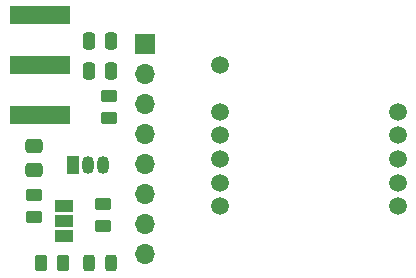
<source format=gbr>
%TF.GenerationSoftware,KiCad,Pcbnew,(6.0.2)*%
%TF.CreationDate,2022-03-07T20:15:47-06:00*%
%TF.ProjectId,RFID_board,52464944-5f62-46f6-9172-642e6b696361,rev?*%
%TF.SameCoordinates,Original*%
%TF.FileFunction,Soldermask,Top*%
%TF.FilePolarity,Negative*%
%FSLAX46Y46*%
G04 Gerber Fmt 4.6, Leading zero omitted, Abs format (unit mm)*
G04 Created by KiCad (PCBNEW (6.0.2)) date 2022-03-07 20:15:47*
%MOMM*%
%LPD*%
G01*
G04 APERTURE LIST*
G04 Aperture macros list*
%AMRoundRect*
0 Rectangle with rounded corners*
0 $1 Rounding radius*
0 $2 $3 $4 $5 $6 $7 $8 $9 X,Y pos of 4 corners*
0 Add a 4 corners polygon primitive as box body*
4,1,4,$2,$3,$4,$5,$6,$7,$8,$9,$2,$3,0*
0 Add four circle primitives for the rounded corners*
1,1,$1+$1,$2,$3*
1,1,$1+$1,$4,$5*
1,1,$1+$1,$6,$7*
1,1,$1+$1,$8,$9*
0 Add four rect primitives between the rounded corners*
20,1,$1+$1,$2,$3,$4,$5,0*
20,1,$1+$1,$4,$5,$6,$7,0*
20,1,$1+$1,$6,$7,$8,$9,0*
20,1,$1+$1,$8,$9,$2,$3,0*%
G04 Aperture macros list end*
%ADD10C,1.500000*%
%ADD11R,1.500000X1.000000*%
%ADD12RoundRect,0.250000X0.262500X0.450000X-0.262500X0.450000X-0.262500X-0.450000X0.262500X-0.450000X0*%
%ADD13RoundRect,0.250000X0.450000X-0.262500X0.450000X0.262500X-0.450000X0.262500X-0.450000X-0.262500X0*%
%ADD14RoundRect,0.243750X0.243750X0.456250X-0.243750X0.456250X-0.243750X-0.456250X0.243750X-0.456250X0*%
%ADD15RoundRect,0.250000X-0.250000X-0.475000X0.250000X-0.475000X0.250000X0.475000X-0.250000X0.475000X0*%
%ADD16RoundRect,0.250000X-0.450000X0.262500X-0.450000X-0.262500X0.450000X-0.262500X0.450000X0.262500X0*%
%ADD17R,5.080000X1.500000*%
%ADD18RoundRect,0.250000X0.475000X-0.337500X0.475000X0.337500X-0.475000X0.337500X-0.475000X-0.337500X0*%
%ADD19R,1.050000X1.500000*%
%ADD20O,1.050000X1.500000*%
%ADD21R,1.700000X1.700000*%
%ADD22O,1.700000X1.700000*%
G04 APERTURE END LIST*
D10*
%TO.C,U1*%
X136460500Y-95906000D03*
X136460500Y-97906000D03*
X136460500Y-99906000D03*
X136460500Y-101906000D03*
X136460500Y-103906000D03*
X121460500Y-103906000D03*
X121460500Y-101906000D03*
X121460500Y-99906000D03*
X121460500Y-97906000D03*
X121460500Y-95906000D03*
X121460500Y-91906000D03*
%TD*%
D11*
%TO.C,JP1*%
X108204000Y-106456000D03*
X108204000Y-105156000D03*
X108204000Y-103856000D03*
%TD*%
D12*
%TO.C,R3*%
X108100500Y-108712000D03*
X106275500Y-108712000D03*
%TD*%
D13*
%TO.C,R2*%
X111506000Y-105560500D03*
X111506000Y-103735500D03*
%TD*%
D14*
%TO.C,D1*%
X112189500Y-108712000D03*
X110314500Y-108712000D03*
%TD*%
D15*
%TO.C,C2*%
X110302000Y-92456000D03*
X112202000Y-92456000D03*
%TD*%
D16*
%TO.C,R1*%
X112014000Y-94591500D03*
X112014000Y-96416500D03*
%TD*%
D17*
%TO.C,ANTENNA1*%
X106172000Y-91948000D03*
X106172000Y-96198000D03*
X106172000Y-87698000D03*
%TD*%
D18*
%TO.C,C3*%
X105664000Y-100859500D03*
X105664000Y-98784500D03*
%TD*%
D15*
%TO.C,C1*%
X110302000Y-89916000D03*
X112202000Y-89916000D03*
%TD*%
D13*
%TO.C,R4*%
X105664000Y-104798500D03*
X105664000Y-102973500D03*
%TD*%
D19*
%TO.C,Q1*%
X108966000Y-100436000D03*
D20*
X110236000Y-100436000D03*
X111506000Y-100436000D03*
%TD*%
D21*
%TO.C,J1*%
X115090500Y-90170000D03*
D22*
X115090500Y-92710000D03*
X115090500Y-95250000D03*
X115090500Y-97790000D03*
X115090500Y-100330000D03*
X115090500Y-102870000D03*
X115090500Y-105410000D03*
X115090500Y-107950000D03*
%TD*%
M02*

</source>
